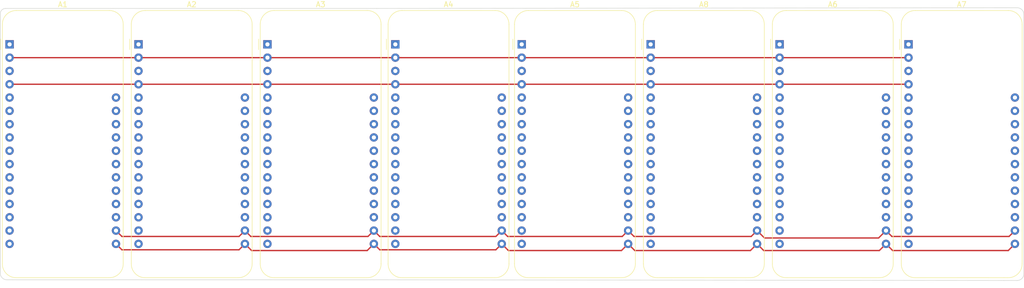
<source format=kicad_pcb>
(kicad_pcb (version 20211014) (generator pcbnew)
  (layers (0 "F.Cu" signal) (31 "B.Cu" signal) (34 "B.Paste" user) (35 "F.Paste" user) (36 "B.SilkS" user "B.Silkscreen") (37 "F.SilkS" user "F.Silkscreen") (38 "B.Mask" user) (39 "F.Mask" user) (44 "Edge.Cuts" user))
  (net 0 "")
  (net 2 "Net-(A1-Pad2)")
  (net 16 "Net-(A1-Pad17)")
  (net 17 "Net-(A1-Pad18)")
  (footprint "Module:Adafruit_Feather" (layer "F.Cu") (at 218.64 80.01)
    (fp_text reference "A7" (at 10.16 -7.62) (layer "F.SilkS"))
    (fp_text value "Adafruit_Feather_Generic")
    (fp_line (start 19.05 -6.46) (end 1.27 -6.46) (layer "F.SilkS") (width 0.12))
    (fp_line (start -1.7 1) (end -1.7 -1) (layer "F.SilkS") (width 0.12))
    (fp_line (start -1.38 -3.81) (end -1.38 41.91) (layer "F.SilkS") (width 0.12))
    (fp_line (start 19.05 44.56) (end 1.27 44.56) (layer "F.SilkS") (width 0.12))
    (fp_line (start 21.7 -3.81) (end 21.7 41.91) (layer "F.SilkS") (width 0.12))
    (fp_arc (start 1.27 44.56) (mid -0.603833 43.783833) (end -1.38 41.91) (layer "F.SilkS") (width 0.12))
    (fp_arc (start 19.05 -6.46) (mid 20.923833 -5.683833) (end 21.7 -3.81) (layer "F.SilkS") (width 0.12))
    (fp_arc (start 21.7 41.91) (mid 20.923833 43.783833) (end 19.05 44.56) (layer "F.SilkS") (width 0.12))
    (fp_arc (start -1.38 -3.81) (mid -0.603833 -5.683833) (end 1.27 -6.46) (layer "F.SilkS") (width 0.12))
    (pad "1" thru_hole rect (at 0 0 180) (size 1.6 1.6) (drill 0.8) (layers *.Cu *.Mask))
    (pad "2" thru_hole circle (at 0 2.54 180) (size 1.6 1.6) (drill 0.8) (layers *.Cu *.Mask) (net 2 "Net-(A1-Pad2)"))
    (pad "3" thru_hole circle (at 0 5.08 180) (size 1.6 1.6) (drill 0.8) (layers *.Cu *.Mask))
    (pad "4" thru_hole circle (at 0 7.62 180) (size 1.6 1.6) (drill 0.8) (layers *.Cu *.Mask) (net 16 "Net-(A1-Pad17)"))
    (pad "5" thru_hole circle (at 0 10.16 180) (size 1.6 1.6) (drill 0.8) (layers *.Cu *.Mask))
    (pad "6" thru_hole circle (at 0 12.7 180) (size 1.6 1.6) (drill 0.8) (layers *.Cu *.Mask))
    (pad "7" thru_hole circle (at 0 15.24 180) (size 1.6 1.6) (drill 0.8) (layers *.Cu *.Mask))
    (pad "8" thru_hole circle (at 0 17.78 180) (size 1.6 1.6) (drill 0.8) (layers *.Cu *.Mask))
    (pad "9" thru_hole circle (at 0 20.32 180) (size 1.6 1.6) (drill 0.8) (layers *.Cu *.Mask))
    (pad "10" thru_hole circle (at 0 22.86 180) (size 1.6 1.6) (drill 0.8) (layers *.Cu *.Mask))
    (pad "11" thru_hole circle (at 0 25.4 180) (size 1.6 1.6) (drill 0.8) (layers *.Cu *.Mask))
    (pad "12" thru_hole circle (at 0 27.94 180) (size 1.6 1.6) (drill 0.8) (layers *.Cu *.Mask))
    (pad "13" thru_hole circle (at 0 30.48 180) (size 1.6 1.6) (drill 0.8) (layers *.Cu *.Mask))
    (pad "14" thru_hole circle (at 0 33.02 180) (size 1.6 1.6) (drill 0.8) (layers *.Cu *.Mask))
    (pad "15" thru_hole circle (at 0 35.56 180) (size 1.6 1.6) (drill 0.8) (layers *.Cu *.Mask))
    (pad "16" thru_hole circle (at 0 38.1 180) (size 1.6 1.6) (drill 0.8) (layers *.Cu *.Mask))
    (pad "17" thru_hole circle (at 20.32 38.1 180) (size 1.6 1.6) (drill 0.8) (layers *.Cu *.Mask) (net 16 "Net-(A1-Pad17)"))
    (pad "18" thru_hole circle (at 20.32 35.56 180) (size 1.6 1.6) (drill 0.8) (layers *.Cu *.Mask) (net 17 "Net-(A1-Pad18)"))
    (pad "19" thru_hole circle (at 20.32 33.02 180) (size 1.6 1.6) (drill 0.8) (layers *.Cu *.Mask))
    (pad "20" thru_hole circle (at 20.32 30.48 180) (size 1.6 1.6) (drill 0.8) (layers *.Cu *.Mask))
    (pad "21" thru_hole circle (at 20.32 27.94 180) (size 1.6 1.6) (drill 0.8) (layers *.Cu *.Mask))
    (pad "22" thru_hole circle (at 20.32 25.4 180) (size 1.6 1.6) (drill 0.8) (layers *.Cu *.Mask))
    (pad "23" thru_hole circle (at 20.32 22.86 180) (size 1.6 1.6) (drill 0.8) (layers *.Cu *.Mask))
    (pad "24" thru_hole circle (at 20.32 20.32 180) (size 1.6 1.6) (drill 0.8) (layers *.Cu *.Mask))
    (pad "25" thru_hole circle (at 20.32 17.78 180) (size 1.6 1.6) (drill 0.8) (layers *.Cu *.Mask))
    (pad "26" thru_hole circle (at 20.32 15.24 180) (size 1.6 1.6) (drill 0.8) (layers *.Cu *.Mask))
    (pad "27" thru_hole circle (at 20.32 12.7 180) (size 1.6 1.6) (drill 0.8) (layers *.Cu *.Mask))
    (pad "28" thru_hole circle (at 20.32 10.16 180) (size 1.6 1.6) (drill 0.8) (layers *.Cu *.Mask))
  )
  (footprint "Module:Adafruit_Feather" (layer "F.Cu") (at 120.65 80.01)
    (fp_text reference "A4" (at 10.16 -7.62) (layer "F.SilkS"))
    (fp_text value "Adafruit_Feather_Generic")
    (fp_line (start 21.7 -3.81) (end 21.7 41.91) (layer "F.SilkS") (width 0.12))
    (fp_line (start -1.38 -3.81) (end -1.38 41.91) (layer "F.SilkS") (width 0.12))
    (fp_line (start -1.7 1) (end -1.7 -1) (layer "F.SilkS") (width 0.12))
    (fp_line (start 19.05 -6.46) (end 1.27 -6.46) (layer "F.SilkS") (width 0.12))
    (fp_line (start 19.05 44.56) (end 1.27 44.56) (layer "F.SilkS") (width 0.12))
    (fp_arc (start 19.05 -6.46) (mid 20.923833 -5.683833) (end 21.7 -3.81) (layer "F.SilkS") (width 0.12))
    (fp_arc (start -1.38 -3.81) (mid -0.603833 -5.683833) (end 1.27 -6.46) (layer "F.SilkS") (width 0.12))
    (fp_arc (start 1.27 44.56) (mid -0.603833 43.783833) (end -1.38 41.91) (layer "F.SilkS") (width 0.12))
    (fp_arc (start 21.7 41.91) (mid 20.923833 43.783833) (end 19.05 44.56) (layer "F.SilkS") (width 0.12))
    (pad "1" thru_hole rect (at 0 0 180) (size 1.6 1.6) (drill 0.8) (layers *.Cu *.Mask))
    (pad "2" thru_hole circle (at 0 2.54 180) (size 1.6 1.6) (drill 0.8) (layers *.Cu *.Mask) (net 2 "Net-(A1-Pad2)"))
    (pad "3" thru_hole circle (at 0 5.08 180) (size 1.6 1.6) (drill 0.8) (layers *.Cu *.Mask))
    (pad "4" thru_hole circle (at 0 7.62 180) (size 1.6 1.6) (drill 0.8) (layers *.Cu *.Mask) (net 16 "Net-(A1-Pad17)"))
    (pad "5" thru_hole circle (at 0 10.16 180) (size 1.6 1.6) (drill 0.8) (layers *.Cu *.Mask))
    (pad "6" thru_hole circle (at 0 12.7 180) (size 1.6 1.6) (drill 0.8) (layers *.Cu *.Mask))
    (pad "7" thru_hole circle (at 0 15.24 180) (size 1.6 1.6) (drill 0.8) (layers *.Cu *.Mask))
    (pad "8" thru_hole circle (at 0 17.78 180) (size 1.6 1.6) (drill 0.8) (layers *.Cu *.Mask))
    (pad "9" thru_hole circle (at 0 20.32 180) (size 1.6 1.6) (drill 0.8) (layers *.Cu *.Mask))
    (pad "10" thru_hole circle (at 0 22.86 180) (size 1.6 1.6) (drill 0.8) (layers *.Cu *.Mask))
    (pad "11" thru_hole circle (at 0 25.4 180) (size 1.6 1.6) (drill 0.8) (layers *.Cu *.Mask))
    (pad "12" thru_hole circle (at 0 27.94 180) (size 1.6 1.6) (drill 0.8) (layers *.Cu *.Mask))
    (pad "13" thru_hole circle (at 0 30.48 180) (size 1.6 1.6) (drill 0.8) (layers *.Cu *.Mask))
    (pad "14" thru_hole circle (at 0 33.02 180) (size 1.6 1.6) (drill 0.8) (layers *.Cu *.Mask))
    (pad "15" thru_hole circle (at 0 35.56 180) (size 1.6 1.6) (drill 0.8) (layers *.Cu *.Mask))
    (pad "16" thru_hole circle (at 0 38.1 180) (size 1.6 1.6) (drill 0.8) (layers *.Cu *.Mask))
    (pad "17" thru_hole circle (at 20.32 38.1 180) (size 1.6 1.6) (drill 0.8) (layers *.Cu *.Mask) (net 16 "Net-(A1-Pad17)"))
    (pad "18" thru_hole circle (at 20.32 35.56 180) (size 1.6 1.6) (drill 0.8) (layers *.Cu *.Mask) (net 17 "Net-(A1-Pad18)"))
    (pad "19" thru_hole circle (at 20.32 33.02 180) (size 1.6 1.6) (drill 0.8) (layers *.Cu *.Mask))
    (pad "20" thru_hole circle (at 20.32 30.48 180) (size 1.6 1.6) (drill 0.8) (layers *.Cu *.Mask))
    (pad "21" thru_hole circle (at 20.32 27.94 180) (size 1.6 1.6) (drill 0.8) (layers *.Cu *.Mask))
    (pad "22" thru_hole circle (at 20.32 25.4 180) (size 1.6 1.6) (drill 0.8) (layers *.Cu *.Mask))
    (pad "23" thru_hole circle (at 20.32 22.86 180) (size 1.6 1.6) (drill 0.8) (layers *.Cu *.Mask))
    (pad "24" thru_hole circle (at 20.32 20.32 180) (size 1.6 1.6) (drill 0.8) (layers *.Cu *.Mask))
    (pad "25" thru_hole circle (at 20.32 17.78 180) (size 1.6 1.6) (drill 0.8) (layers *.Cu *.Mask))
    (pad "26" thru_hole circle (at 20.32 15.24 180) (size 1.6 1.6) (drill 0.8) (layers *.Cu *.Mask))
    (pad "27" thru_hole circle (at 20.32 12.7 180) (size 1.6 1.6) (drill 0.8) (layers *.Cu *.Mask))
    (pad "28" thru_hole circle (at 20.32 10.16 180) (size 1.6 1.6) (drill 0.8) (layers *.Cu *.Mask))
  )
  (footprint "Module:Adafruit_Feather" (layer "F.Cu") (at 194.02 80.01)
    (fp_text reference "A6" (at 10.16 -7.62) (layer "F.SilkS"))
    (fp_text value "Adafruit_Feather_Generic")
    (fp_line (start 21.7 -3.81) (end 21.7 41.91) (layer "F.SilkS") (width 0.12))
    (fp_line (start -1.7 1) (end -1.7 -1) (layer "F.SilkS") (width 0.12))
    (fp_line (start 19.05 -6.46) (end 1.27 -6.46) (layer "F.SilkS") (width 0.12))
    (fp_line (start -1.38 -3.81) (end -1.38 41.91) (layer "F.SilkS") (width 0.12))
    (fp_line (start 19.05 44.56) (end 1.27 44.56) (layer "F.SilkS") (width 0.12))
    (fp_arc (start 1.27 44.56) (mid -0.603833 43.783833) (end -1.38 41.91) (layer "F.SilkS") (width 0.12))
    (fp_arc (start -1.38 -3.81) (mid -0.603833 -5.683833) (end 1.27 -6.46) (layer "F.SilkS") (width 0.12))
    (fp_arc (start 21.7 41.91) (mid 20.923833 43.783833) (end 19.05 44.56) (layer "F.SilkS") (width 0.12))
    (fp_arc (start 19.05 -6.46) (mid 20.923833 -5.683833) (end 21.7 -3.81) (layer "F.SilkS") (width 0.12))
    (pad "1" thru_hole rect (at 0 0 180) (size 1.6 1.6) (drill 0.8) (layers *.Cu *.Mask))
    (pad "2" thru_hole circle (at 0 2.54 180) (size 1.6 1.6) (drill 0.8) (layers *.Cu *.Mask) (net 2 "Net-(A1-Pad2)"))
    (pad "3" thru_hole circle (at 0 5.08 180) (size 1.6 1.6) (drill 0.8) (layers *.Cu *.Mask))
    (pad "4" thru_hole circle (at 0 7.62 180) (size 1.6 1.6) (drill 0.8) (layers *.Cu *.Mask) (net 16 "Net-(A1-Pad17)"))
    (pad "5" thru_hole circle (at 0 10.16 180) (size 1.6 1.6) (drill 0.8) (layers *.Cu *.Mask))
    (pad "6" thru_hole circle (at 0 12.7 180) (size 1.6 1.6) (drill 0.8) (layers *.Cu *.Mask))
    (pad "7" thru_hole circle (at 0 15.24 180) (size 1.6 1.6) (drill 0.8) (layers *.Cu *.Mask))
    (pad "8" thru_hole circle (at 0 17.78 180) (size 1.6 1.6) (drill 0.8) (layers *.Cu *.Mask))
    (pad "9" thru_hole circle (at 0 20.32 180) (size 1.6 1.6) (drill 0.8) (layers *.Cu *.Mask))
    (pad "10" thru_hole circle (at 0 22.86 180) (size 1.6 1.6) (drill 0.8) (layers *.Cu *.Mask))
    (pad "11" thru_hole circle (at 0 25.4 180) (size 1.6 1.6) (drill 0.8) (layers *.Cu *.Mask))
    (pad "12" thru_hole circle (at 0 27.94 180) (size 1.6 1.6) (drill 0.8) (layers *.Cu *.Mask))
    (pad "13" thru_hole circle (at 0 30.48 180) (size 1.6 1.6) (drill 0.8) (layers *.Cu *.Mask))
    (pad "14" thru_hole circle (at 0 33.02 180) (size 1.6 1.6) (drill 0.8) (layers *.Cu *.Mask))
    (pad "15" thru_hole circle (at 0 35.56 180) (size 1.6 1.6) (drill 0.8) (layers *.Cu *.Mask))
    (pad "16" thru_hole circle (at 0 38.1 180) (size 1.6 1.6) (drill 0.8) (layers *.Cu *.Mask))
    (pad "17" thru_hole circle (at 20.32 38.1 180) (size 1.6 1.6) (drill 0.8) (layers *.Cu *.Mask) (net 16 "Net-(A1-Pad17)"))
    (pad "18" thru_hole circle (at 20.32 35.56 180) (size 1.6 1.6) (drill 0.8) (layers *.Cu *.Mask) (net 17 "Net-(A1-Pad18)"))
    (pad "19" thru_hole circle (at 20.32 33.02 180) (size 1.6 1.6) (drill 0.8) (layers *.Cu *.Mask))
    (pad "20" thru_hole circle (at 20.32 30.48 180) (size 1.6 1.6) (drill 0.8) (layers *.Cu *.Mask))
    (pad "21" thru_hole circle (at 20.32 27.94 180) (size 1.6 1.6) (drill 0.8) (layers *.Cu *.Mask))
    (pad "22" thru_hole circle (at 20.32 25.4 180) (size 1.6 1.6) (drill 0.8) (layers *.Cu *.Mask))
    (pad "23" thru_hole circle (at 20.32 22.86 180) (size 1.6 1.6) (drill 0.8) (layers *.Cu *.Mask))
    (pad "24" thru_hole circle (at 20.32 20.32 180) (size 1.6 1.6) (drill 0.8) (layers *.Cu *.Mask))
    (pad "25" thru_hole circle (at 20.32 17.78 180) (size 1.6 1.6) (drill 0.8) (layers *.Cu *.Mask))
    (pad "26" thru_hole circle (at 20.32 15.24 180) (size 1.6 1.6) (drill 0.8) (layers *.Cu *.Mask))
    (pad "27" thru_hole circle (at 20.32 12.7 180) (size 1.6 1.6) (drill 0.8) (layers *.Cu *.Mask))
    (pad "28" thru_hole circle (at 20.32 10.16 180) (size 1.6 1.6) (drill 0.8) (layers *.Cu *.Mask))
  )
  (footprint "Module:Adafruit_Feather" (layer "F.Cu") (at 144.78 80.01)
    (fp_text reference "A5" (at 10.16 -7.62) (layer "F.SilkS"))
    (fp_text value "Adafruit_Feather_Generic")
    (fp_line (start -1.7 1) (end -1.7 -1) (layer "F.SilkS") (width 0.12))
    (fp_line (start 19.05 44.56) (end 1.27 44.56) (layer "F.SilkS") (width 0.12))
    (fp_line (start -1.38 -3.81) (end -1.38 41.91) (layer "F.SilkS") (width 0.12))
    (fp_line (start 21.7 -3.81) (end 21.7 41.91) (layer "F.SilkS") (width 0.12))
    (fp_line (start 19.05 -6.46) (end 1.27 -6.46) (layer "F.SilkS") (width 0.12))
    (fp_arc (start -1.38 -3.81) (mid -0.603833 -5.683833) (end 1.27 -6.46) (layer "F.SilkS") (width 0.12))
    (fp_arc (start 21.7 41.91) (mid 20.923833 43.783833) (end 19.05 44.56) (layer "F.SilkS") (width 0.12))
    (fp_arc (start 19.05 -6.46) (mid 20.923833 -5.683833) (end 21.7 -3.81) (layer "F.SilkS") (width 0.12))
    (fp_arc (start 1.27 44.56) (mid -0.603833 43.783833) (end -1.38 41.91) (layer "F.SilkS") (width 0.12))
    (pad "1" thru_hole rect (at 0 0 180) (size 1.6 1.6) (drill 0.8) (layers *.Cu *.Mask))
    (pad "2" thru_hole circle (at 0 2.54 180) (size 1.6 1.6) (drill 0.8) (layers *.Cu *.Mask) (net 2 "Net-(A1-Pad2)"))
    (pad "3" thru_hole circle (at 0 5.08 180) (size 1.6 1.6) (drill 0.8) (layers *.Cu *.Mask))
    (pad "4" thru_hole circle (at 0 7.62 180) (size 1.6 1.6) (drill 0.8) (layers *.Cu *.Mask) (net 16 "Net-(A1-Pad17)"))
    (pad "5" thru_hole circle (at 0 10.16 180) (size 1.6 1.6) (drill 0.8) (layers *.Cu *.Mask))
    (pad "6" thru_hole circle (at 0 12.7 180) (size 1.6 1.6) (drill 0.8) (layers *.Cu *.Mask))
    (pad "7" thru_hole circle (at 0 15.24 180) (size 1.6 1.6) (drill 0.8) (layers *.Cu *.Mask))
    (pad "8" thru_hole circle (at 0 17.78 180) (size 1.6 1.6) (drill 0.8) (layers *.Cu *.Mask))
    (pad "9" thru_hole circle (at 0 20.32 180) (size 1.6 1.6) (drill 0.8) (layers *.Cu *.Mask))
    (pad "10" thru_hole circle (at 0 22.86 180) (size 1.6 1.6) (drill 0.8) (layers *.Cu *.Mask))
    (pad "11" thru_hole circle (at 0 25.4 180) (size 1.6 1.6) (drill 0.8) (layers *.Cu *.Mask))
    (pad "12" thru_hole circle (at 0 27.94 180) (size 1.6 1.6) (drill 0.8) (layers *.Cu *.Mask))
    (pad "13" thru_hole circle (at 0 30.48 180) (size 1.6 1.6) (drill 0.8) (layers *.Cu *.Mask))
    (pad "14" thru_hole circle (at 0 33.02 180) (size 1.6 1.6) (drill 0.8) (layers *.Cu *.Mask))
    (pad "15" thru_hole circle (at 0 35.56 180) (size 1.6 1.6) (drill 0.8) (layers *.Cu *.Mask))
    (pad "16" thru_hole circle (at 0 38.1 180) (size 1.6 1.6) (drill 0.8) (layers *.Cu *.Mask))
    (pad "17" thru_hole circle (at 20.32 38.1 180) (size 1.6 1.6) (drill 0.8) (layers *.Cu *.Mask) (net 16 "Net-(A1-Pad17)"))
    (pad "18" thru_hole circle (at 20.32 35.56 180) (size 1.6 1.6) (drill 0.8) (layers *.Cu *.Mask) (net 17 "Net-(A1-Pad18)"))
    (pad "19" thru_hole circle (at 20.32 33.02 180) (size 1.6 1.6) (drill 0.8) (layers *.Cu *.Mask))
    (pad "20" thru_hole circle (at 20.32 30.48 180) (size 1.6 1.6) (drill 0.8) (layers *.Cu *.Mask))
    (pad "21" thru_hole circle (at 20.32 27.94 180) (size 1.6 1.6) (drill 0.8) (layers *.Cu *.Mask))
    (pad "22" thru_hole circle (at 20.32 25.4 180) (size 1.6 1.6) (drill 0.8) (layers *.Cu *.Mask))
    (pad "23" thru_hole circle (at 20.32 22.86 180) (size 1.6 1.6) (drill 0.8) (layers *.Cu *.Mask))
    (pad "24" thru_hole circle (at 20.32 20.32 180) (size 1.6 1.6) (drill 0.8) (layers *.Cu *.Mask))
    (pad "25" thru_hole circle (at 20.32 17.78 180) (size 1.6 1.6) (drill 0.8) (layers *.Cu *.Mask))
    (pad "26" thru_hole circle (at 20.32 15.24 180) (size 1.6 1.6) (drill 0.8) (layers *.Cu *.Mask))
    (pad "27" thru_hole circle (at 20.32 12.7 180) (size 1.6 1.6) (drill 0.8) (layers *.Cu *.Mask))
    (pad "28" thru_hole circle (at 20.32 10.16 180) (size 1.6 1.6) (drill 0.8) (layers *.Cu *.Mask))
  )
  (footprint "Module:Adafruit_Feather" (layer "F.Cu") (at 96.23 80.01)
    (fp_text reference "A3" (at 10.16 -7.62) (layer "F.SilkS"))
    (fp_text value "Adafruit_Feather_Generic")
    (fp_line (start -1.38 -3.81) (end -1.38 41.91) (layer "F.SilkS") (width 0.12))
    (fp_line (start -1.7 1) (end -1.7 -1) (layer "F.SilkS") (width 0.12))
    (fp_line (start 19.05 44.56) (end 1.27 44.56) (layer "F.SilkS") (width 0.12))
    (fp_line (start 21.7 -3.81) (end 21.7 41.91) (layer "F.SilkS") (width 0.12))
    (fp_line (start 19.05 -6.46) (end 1.27 -6.46) (layer "F.SilkS") (width 0.12))
    (fp_arc (start -1.38 -3.81) (mid -0.603833 -5.683833) (end 1.27 -6.46) (layer "F.SilkS") (width 0.12))
    (fp_arc (start 19.05 -6.46) (mid 20.923833 -5.683833) (end 21.7 -3.81) (layer "F.SilkS") (width 0.12))
    (fp_arc (start 21.7 41.91) (mid 20.923833 43.783833) (end 19.05 44.56) (layer "F.SilkS") (width 0.12))
    (fp_arc (start 1.27 44.56) (mid -0.603833 43.783833) (end -1.38 41.91) (layer "F.SilkS") (width 0.12))
    (pad "1" thru_hole rect (at 0 0 180) (size 1.6 1.6) (drill 0.8) (layers *.Cu *.Mask))
    (pad "2" thru_hole circle (at 0 2.54 180) (size 1.6 1.6) (drill 0.8) (layers *.Cu *.Mask) (net 2 "Net-(A1-Pad2)"))
    (pad "3" thru_hole circle (at 0 5.08 180) (size 1.6 1.6) (drill 0.8) (layers *.Cu *.Mask))
    (pad "4" thru_hole circle (at 0 7.62 180) (size 1.6 1.6) (drill 0.8) (layers *.Cu *.Mask) (net 16 "Net-(A1-Pad17)"))
    (pad "5" thru_hole circle (at 0 10.16 180) (size 1.6 1.6) (drill 0.8) (layers *.Cu *.Mask))
    (pad "6" thru_hole circle (at 0 12.7 180) (size 1.6 1.6) (drill 0.8) (layers *.Cu *.Mask))
    (pad "7" thru_hole circle (at 0 15.24 180) (size 1.6 1.6) (drill 0.8) (layers *.Cu *.Mask))
    (pad "8" thru_hole circle (at 0 17.78 180) (size 1.6 1.6) (drill 0.8) (layers *.Cu *.Mask))
    (pad "9" thru_hole circle (at 0 20.32 180) (size 1.6 1.6) (drill 0.8) (layers *.Cu *.Mask))
    (pad "10" thru_hole circle (at 0 22.86 180) (size 1.6 1.6) (drill 0.8) (layers *.Cu *.Mask))
    (pad "11" thru_hole circle (at 0 25.4 180) (size 1.6 1.6) (drill 0.8) (layers *.Cu *.Mask))
    (pad "12" thru_hole circle (at 0 27.94 180) (size 1.6 1.6) (drill 0.8) (layers *.Cu *.Mask))
    (pad "13" thru_hole circle (at 0 30.48 180) (size 1.6 1.6) (drill 0.8) (layers *.Cu *.Mask))
    (pad "14" thru_hole circle (at 0 33.02 180) (size 1.6 1.6) (drill 0.8) (layers *.Cu *.Mask))
    (pad "15" thru_hole circle (at 0 35.56 180) (size 1.6 1.6) (drill 0.8) (layers *.Cu *.Mask))
    (pad "16" thru_hole circle (at 0 38.1 180) (size 1.6 1.6) (drill 0.8) (layers *.Cu *.Mask))
    (pad "17" thru_hole circle (at 20.32 38.1 180) (size 1.6 1.6) (drill 0.8) (layers *.Cu *.Mask) (net 16 "Net-(A1-Pad17)"))
    (pad "18" thru_hole circle (at 20.32 35.56 180) (size 1.6 1.6) (drill 0.8) (layers *.Cu *.Mask) (net 17 "Net-(A1-Pad18)"))
    (pad "19" thru_hole circle (at 20.32 33.02 180) (size 1.6 1.6) (drill 0.8) (layers *.Cu *.Mask))
    (pad "20" thru_hole circle (at 20.32 30.48 180) (size 1.6 1.6) (drill 0.8) (layers *.Cu *.Mask))
    (pad "21" thru_hole circle (at 20.32 27.94 180) (size 1.6 1.6) (drill 0.8) (layers *.Cu *.Mask))
    (pad "22" thru_hole circle (at 20.32 25.4 180) (size 1.6 1.6) (drill 0.8) (layers *.Cu *.Mask))
    (pad "23" thru_hole circle (at 20.32 22.86 180) (size 1.6 1.6) (drill 0.8) (layers *.Cu *.Mask))
    (pad "24" thru_hole circle (at 20.32 20.32 180) (size 1.6 1.6) (drill 0.8) (layers *.Cu *.Mask))
    (pad "25" thru_hole circle (at 20.32 17.78 180) (size 1.6 1.6) (drill 0.8) (layers *.Cu *.Mask))
    (pad "26" thru_hole circle (at 20.32 15.24 180) (size 1.6 1.6) (drill 0.8) (layers *.Cu *.Mask))
    (pad "27" thru_hole circle (at 20.32 12.7 180) (size 1.6 1.6) (drill 0.8) (layers *.Cu *.Mask))
    (pad "28" thru_hole circle (at 20.32 10.16 180) (size 1.6 1.6) (drill 0.8) (layers *.Cu *.Mask))
  )
  (footprint "Module:Adafruit_Feather" (layer "F.Cu") (at 71.61 80.01)
    (fp_text reference "A2" (at 10.16 -7.62) (layer "F.SilkS"))
    (fp_text value "Adafruit_Feather_Generic")
    (fp_line (start -1.7 1) (end -1.7 -1) (layer "F.SilkS") (width 0.12))
    (fp_line (start 19.05 44.56) (end 1.27 44.56) (layer "F.SilkS") (width 0.12))
    (fp_line (start 19.05 -6.46) (end 1.27 -6.46) (layer "F.SilkS") (width 0.12))
    (fp_line (start 21.7 -3.81) (end 21.7 41.91) (layer "F.SilkS") (width 0.12))
    (fp_line (start -1.38 -3.81) (end -1.38 41.91) (layer "F.SilkS") (width 0.12))
    (fp_arc (start 19.05 -6.46) (mid 20.923833 -5.683833) (end 21.7 -3.81) (layer "F.SilkS") (width 0.12))
    (fp_arc (start -1.38 -3.81) (mid -0.603833 -5.683833) (end 1.27 -6.46) (layer "F.SilkS") (width 0.12))
    (fp_arc (start 1.27 44.56) (mid -0.603833 43.783833) (end -1.38 41.91) (layer "F.SilkS") (width 0.12))
    (fp_arc (start 21.7 41.91) (mid 20.923833 43.783833) (end 19.05 44.56) (layer "F.SilkS") (width 0.12))
    (pad "1" thru_hole rect (at 0 0 180) (size 1.6 1.6) (drill 0.8) (layers *.Cu *.Mask))
    (pad "2" thru_hole circle (at 0 2.54 180) (size 1.6 1.6) (drill 0.8) (layers *.Cu *.Mask) (net 2 "Net-(A1-Pad2)"))
    (pad "3" thru_hole circle (at 0 5.08 180) (size 1.6 1.6) (drill 0.8) (layers *.Cu *.Mask))
    (pad "4" thru_hole circle (at 0 7.62 180) (size 1.6 1.6) (drill 0.8) (layers *.Cu *.Mask) (net 16 "Net-(A1-Pad17)"))
    (pad "5" thru_hole circle (at 0 10.16 180) (size 1.6 1.6) (drill 0.8) (layers *.Cu *.Mask))
    (pad "6" thru_hole circle (at 0 12.7 180) (size 1.6 1.6) (drill 0.8) (layers *.Cu *.Mask))
    (pad "7" thru_hole circle (at 0 15.24 180) (size 1.6 1.6) (drill 0.8) (layers *.Cu *.Mask))
    (pad "8" thru_hole circle (at 0 17.78 180) (size 1.6 1.6) (drill 0.8) (layers *.Cu *.Mask))
    (pad "9" thru_hole circle (at 0 20.32 180) (size 1.6 1.6) (drill 0.8) (layers *.Cu *.Mask))
    (pad "10" thru_hole circle (at 0 22.86 180) (size 1.6 1.6) (drill 0.8) (layers *.Cu *.Mask))
    (pad "11" thru_hole circle (at 0 25.4 180) (size 1.6 1.6) (drill 0.8) (layers *.Cu *.Mask))
    (pad "12" thru_hole circle (at 0 27.94 180) (size 1.6 1.6) (drill 0.8) (layers *.Cu *.Mask))
    (pad "13" thru_hole circle (at 0 30.48 180) (size 1.6 1.6) (drill 0.8) (layers *.Cu *.Mask))
    (pad "14" thru_hole circle (at 0 33.02 180) (size 1.6 1.6) (drill 0.8) (layers *.Cu *.Mask))
    (pad "15" thru_hole circle (at 0 35.56 180) (size 1.6 1.6) (drill 0.8) (layers *.Cu *.Mask))
    (pad "16" thru_hole circle (at 0 38.1 180) (size 1.6 1.6) (drill 0.8) (layers *.Cu *.Mask))
    (pad "17" thru_hole circle (at 20.32 38.1 180) (size 1.6 1.6) (drill 0.8) (layers *.Cu *.Mask) (net 16 "Net-(A1-Pad17)"))
    (pad "18" thru_hole circle (at 20.32 35.56 180) (size 1.6 1.6) (drill 0.8) (layers *.Cu *.Mask) (net 17 "Net-(A1-Pad18)"))
    (pad "19" thru_hole circle (at 20.32 33.02 180) (size 1.6 1.6) (drill 0.8) (layers *.Cu *.Mask))
    (pad "20" thru_hole circle (at 20.32 30.48 180) (size 1.6 1.6) (drill 0.8) (layers *.Cu *.Mask))
    (pad "21" thru_hole circle (at 20.32 27.94 180) (size 1.6 1.6) (drill 0.8) (layers *.Cu *.Mask))
    (pad "22" thru_hole circle (at 20.32 25.4 180) (size 1.6 1.6) (drill 0.8) (layers *.Cu *.Mask))
    (pad "23" thru_hole circle (at 20.32 22.86 180) (size 1.6 1.6) (drill 0.8) (layers *.Cu *.Mask))
    (pad "24" thru_hole circle (at 20.32 20.32 180) (size 1.6 1.6) (drill 0.8) (layers *.Cu *.Mask))
    (pad "25" thru_hole circle (at 20.32 17.78 180) (size 1.6 1.6) (drill 0.8) (layers *.Cu *.Mask))
    (pad "26" thru_hole circle (at 20.32 15.24 180) (size 1.6 1.6) (drill 0.8) (layers *.Cu *.Mask))
    (pad "27" thru_hole circle (at 20.32 12.7 180) (size 1.6 1.6) (drill 0.8) (layers *.Cu *.Mask))
    (pad "28" thru_hole circle (at 20.32 10.16 180) (size 1.6 1.6) (drill 0.8) (layers *.Cu *.Mask))
  )
  (footprint "Module:Adafruit_Feather" (layer "F.Cu") (at 46.99 80.01)
    (fp_text reference "A1" (at 10.16 -7.62) (layer "F.SilkS"))
    (fp_text value "Adafruit_Feather_Generic")
    (fp_line (start 19.05 44.56) (end 1.27 44.56) (layer "F.SilkS") (width 0.12))
    (fp_line (start -1.7 1) (end -1.7 -1) (layer "F.SilkS") (width 0.12))
    (fp_line (start -1.38 -3.81) (end -1.38 41.91) (layer "F.SilkS") (width 0.12))
    (fp_line (start 21.7 -3.81) (end 21.7 41.91) (layer "F.SilkS") (width 0.12))
    (fp_line (start 19.05 -6.46) (end 1.27 -6.46) (layer "F.SilkS") (width 0.12))
    (fp_arc (start 19.05 -6.46) (mid 20.923833 -5.683833) (end 21.7 -3.81) (layer "F.SilkS") (width 0.12))
    (fp_arc (start 21.7 41.91) (mid 20.923833 43.783833) (end 19.05 44.56) (layer "F.SilkS") (width 0.12))
    (fp_arc (start 1.27 44.56) (mid -0.603833 43.783833) (end -1.38 41.91) (layer "F.SilkS") (width 0.12))
    (fp_arc (start -1.38 -3.81) (mid -0.603833 -5.683833) (end 1.27 -6.46) (layer "F.SilkS") (width 0.12))
    (pad "1" thru_hole rect (at 0 0 180) (size 1.6 1.6) (drill 0.8) (layers *.Cu *.Mask))
    (pad "2" thru_hole circle (at 0 2.54 180) (size 1.6 1.6) (drill 0.8) (layers *.Cu *.Mask) (net 2 "Net-(A1-Pad2)"))
    (pad "3" thru_hole circle (at 0 5.08 180) (size 1.6 1.6) (drill 0.8) (layers *.Cu *.Mask))
    (pad "4" thru_hole circle (at 0 7.62 180) (size 1.6 1.6) (drill 0.8) (layers *.Cu *.Mask) (net 16 "Net-(A1-Pad17)"))
    (pad "5" thru_hole circle (at 0 10.16 180) (size 1.6 1.6) (drill 0.8) (layers *.Cu *.Mask))
    (pad "6" thru_hole circle (at 0 12.7 180) (size 1.6 1.6) (drill 0.8) (layers *.Cu *.Mask))
    (pad "7" thru_hole circle (at 0 15.24 180) (size 1.6 1.6) (drill 0.8) (layers *.Cu *.Mask))
    (pad "8" thru_hole circle (at 0 17.78 180) (size 1.6 1.6) (drill 0.8) (layers *.Cu *.Mask))
    (pad "9" thru_hole circle (at 0 20.32 180) (size 1.6 1.6) (drill 0.8) (layers *.Cu *.Mask))
    (pad "10" thru_hole circle (at 0 22.86 180) (size 1.6 1.6) (drill 0.8) (layers *.Cu *.Mask))
    (pad "11" thru_hole circle (at 0 25.4 180) (size 1.6 1.6) (drill 0.8) (layers *.Cu *.Mask))
    (pad "12" thru_hole circle (at 0 27.94 180) (size 1.6 1.6) (drill 0.8) (layers *.Cu *.Mask))
    (pad "13" thru_hole circle (at 0 30.48 180) (size 1.6 1.6) (drill 0.8) (layers *.Cu *.Mask))
    (pad "14" thru_hole circle (at 0 33.02 180) (size 1.6 1.6) (drill 0.8) (layers *.Cu *.Mask))
    (pad "15" thru_hole circle (at 0 35.56 180) (size 1.6 1.6) (drill 0.8) (layers *.Cu *.Mask))
    (pad "16" thru_hole circle (at 0 38.1 180) (size 1.6 1.6) (drill 0.8) (layers *.Cu *.Mask))
    (pad "17" thru_hole circle (at 20.32 38.1 180) (size 1.6 1.6) (drill 0.8) (layers *.Cu *.Mask) (net 16 "Net-(A1-Pad17)"))
    (pad "18" thru_hole circle (at 20.32 35.56 180) (size 1.6 1.6) (drill 0.8) (layers *.Cu *.Mask) (net 17 "Net-(A1-Pad18)"))
    (pad "19" thru_hole circle (at 20.32 33.02 180) (size 1.6 1.6) (drill 0.8) (layers *.Cu *.Mask))
    (pad "20" thru_hole circle (at 20.32 30.48 180) (size 1.6 1.6) (drill 0.8) (layers *.Cu *.Mask))
    (pad "21" thru_hole circle (at 20.32 27.94 180) (size 1.6 1.6) (drill 0.8) (layers *.Cu *.Mask))
    (pad "22" thru_hole circle (at 20.32 25.4 180) (size 1.6 1.6) (drill 0.8) (layers *.Cu *.Mask))
    (pad "23" thru_hole circle (at 20.32 22.86 180) (size 1.6 1.6) (drill 0.8) (layers *.Cu *.Mask))
    (pad "24" thru_hole circle (at 20.32 20.32 180) (size 1.6 1.6) (drill 0.8) (layers *.Cu *.Mask))
    (pad "25" thru_hole circle (at 20.32 17.78 180) (size 1.6 1.6) (drill 0.8) (layers *.Cu *.Mask))
    (pad "26" thru_hole circle (at 20.32 15.24 180) (size 1.6 1.6) (drill 0.8) (layers *.Cu *.Mask))
    (pad "27" thru_hole circle (at 20.32 12.7 180) (size 1.6 1.6) (drill 0.8) (layers *.Cu *.Mask))
    (pad "28" thru_hole circle (at 20.32 10.16 180) (size 1.6 1.6) (drill 0.8) (layers *.Cu *.Mask))
  )
  (footprint "Module:Adafruit_Feather" (layer "F.Cu") (at 169.4 80.01)
    (fp_text reference "A8" (at 10.16 -7.62) (layer "F.SilkS"))
    (fp_text value "Adafruit_Feather_Generic")
    (fp_line (start -1.7 1) (end -1.7 -1) (layer "F.SilkS") (width 0.12))
    (fp_line (start 21.7 -3.81) (end 21.7 41.91) (layer "F.SilkS") (width 0.12))
    (fp_line (start 19.05 44.56) (end 1.27 44.56) (layer "F.SilkS") (width 0.12))
    (fp_line (start 19.05 -6.46) (end 1.27 -6.46) (layer "F.SilkS") (width 0.12))
    (fp_line (start -1.38 -3.81) (end -1.38 41.91) (layer "F.SilkS") (width 0.12))
    (fp_arc (start -1.38 -3.81) (mid -0.603833 -5.683833) (end 1.27 -6.46) (layer "F.SilkS") (width 0.12))
    (fp_arc (start 21.7 41.91) (mid 20.923833 43.783833) (end 19.05 44.56) (layer "F.SilkS") (width 0.12))
    (fp_arc (start 19.05 -6.46) (mid 20.923833 -5.683833) (end 21.7 -3.81) (layer "F.SilkS") (width 0.12))
    (fp_arc (start 1.27 44.56) (mid -0.603833 43.783833) (end -1.38 41.91) (layer "F.SilkS") (width 0.12))
    (pad "1" thru_hole rect (at 0 0 180) (size 1.6 1.6) (drill 0.8) (layers *.Cu *.Mask))
    (pad "2" thru_hole circle (at 0 2.54 180) (size 1.6 1.6) (drill 0.8) (layers *.Cu *.Mask) (net 2 "Net-(A1-Pad2)"))
    (pad "3" thru_hole circle (at 0 5.08 180) (size 1.6 1.6) (drill 0.8) (layers *.Cu *.Mask))
    (pad "4" thru_hole circle (at 0 7.62 180) (size 1.6 1.6) (drill 0.8) (layers *.Cu *.Mask) (net 16 "Net-(A1-Pad17)"))
    (pad "5" thru_hole circle (at 0 10.16 180) (size 1.6 1.6) (drill 0.8) (layers *.Cu *.Mask))
    (pad "6" thru_hole circle (at 0 12.7 180) (size 1.6 1.6) (drill 0.8) (layers *.Cu *.Mask))
    (pad "7" thru_hole circle (at 0 15.24 180) (size 1.6 1.6) (drill 0.8) (layers *.Cu *.Mask))
    (pad "8" thru_hole circle (at 0 17.78 180) (size 1.6 1.6) (drill 0.8) (layers *.Cu *.Mask))
    (pad "9" thru_hole circle (at 0 20.32 180) (size 1.6 1.6) (drill 0.8) (layers *.Cu *.Mask))
    (pad "10" thru_hole circle (at 0 22.86 180) (size 1.6 1.6) (drill 0.8) (layers *.Cu *.Mask))
    (pad "11" thru_hole circle (at 0 25.4 180) (size 1.6 1.6) (drill 0.8) (layers *.Cu *.Mask))
    (pad "12" thru_hole circle (at 0 27.94 180) (size 1.6 1.6) (drill 0.8) (layers *.Cu *.Mask))
    (pad "13" thru_hole circle (at 0 30.48 180) (size 1.6 1.6) (drill 0.8) (layers *.Cu *.Mask))
    (pad "14" thru_hole circle (at 0 33.02 180) (size 1.6 1.6) (drill 0.8) (layers *.Cu *.Mask))
    (pad "15" thru_hole circle (at 0 35.56 180) (size 1.6 1.6) (drill 0.8) (layers *.Cu *.Mask))
    (pad "16" thru_hole circle (at 0 38.1 180) (size 1.6 1.6) (drill 0.8) (layers *.Cu *.Mask))
    (pad "17" thru_hole circle (at 20.32 38.1 180) (size 1.6 1.6) (drill 0.8) (layers *.Cu *.Mask) (net 16 "Net-(A1-Pad17)"))
    (pad "18" thru_hole circle (at 20.32 35.56 180) (size 1.6 1.6) (drill 0.8) (layers *.Cu *.Mask) (net 17 "Net-(A1-Pad18)"))
    (pad "19" thru_hole circle (at 20.32 33.02 180) (size 1.6 1.6) (drill 0.8) (layers *.Cu *.Mask))
    (pad "20" thru_hole circle (at 20.32 30.48 180) (size 1.6 1.6) (drill 0.8) (layers *.Cu *.Mask))
    (pad "21" thru_hole circle (at 20.32 27.94 180) (size 1.6 1.6) (drill 0.8) (layers *.Cu *.Mask))
    (pad "22" thru_hole circle (at 20.32 25.4 180) (size 1.6 1.6) (drill 0.8) (layers *.Cu *.Mask))
    (pad "23" thru_hole circle (at 20.32 22.86 180) (size 1.6 1.6) (drill 0.8) (layers *.Cu *.Mask))
    (pad "24" thru_hole circle (at 20.32 20.32 180) (size 1.6 1.6) (drill 0.8) (layers *.Cu *.Mask))
    (pad "25" thru_hole circle (at 20.32 17.78 180) (size 1.6 1.6) (drill 0.8) (layers *.Cu *.Mask))
    (pad "26" thru_hole circle (at 20.32 15.24 180) (size 1.6 1.6) (drill 0.8) (layers *.Cu *.Mask))
    (pad "27" thru_hole circle (at 20.32 12.7 180) (size 1.6 1.6) (drill 0.8) (layers *.Cu *.Mask))
    (pad "28" thru_hole circle (at 20.32 10.16 180) (size 1.6 1.6) (drill 0.8) (layers *.Cu *.Mask))
  )
  (gr_arc (start 239.395 73.025) (mid 240.293026 73.396974) (end 240.665 74.295) (layer "Edge.Cuts") (width 0.1))
  (gr_line (start 117.094 73.152) (end 236.855 73.025) (layer "Edge.Cuts") (width 0.1))
  (gr_line (start 116.586 124.968) (end 236.855 125.095) (layer "Edge.Cuts") (width 0.1))
  (gr_arc (start 240.665 123.825) (mid 240.293026 124.723026) (end 239.395 125.095) (layer "Edge.Cuts") (width 0.1))
  (gr_line (start 240.665 74.93) (end 240.665 123.825) (layer "Edge.Cuts") (width 0.1))
  (gr_arc (start 46.482 124.968) (mid 45.583974 124.596026) (end 45.212 123.698) (layer "Edge.Cuts") (width 0.1))
  (gr_line (start 240.665 74.93) (end 240.665 74.295) (layer "Edge.Cuts") (width 0.1))
  (gr_arc (start 45.212 74.168) (mid 45.50958 73.44958) (end 46.228 73.152) (layer "Edge.Cuts") (width 0.1))
  (gr_line (start 46.228 73.152) (end 117.094 73.152) (layer "Edge.Cuts") (width 0.1))
  (gr_line (start 45.212 75.692) (end 45.212 74.168) (layer "Edge.Cuts") (width 0.1))
  (gr_line (start 239.395 125.095) (end 236.855 125.095) (layer "Edge.Cuts") (width 0.1))
  (gr_line (start 238.76 73.025) (end 239.395 73.025) (layer "Edge.Cuts") (width 0.1))
  (gr_line (start 236.855 73.025) (end 238.76 73.025) (layer "Edge.Cuts") (width 0.1))
  (gr_line (start 46.482 124.968) (end 116.586 124.968) (layer "Edge.Cuts") (width 0.1))
  (gr_line (start 45.212 123.698) (end 45.212 75.692) (layer "Edge.Cuts") (width 0.1))
  (segment (start 96.23 82.55) (end 218.64 82.55) (width 0.25) (layer "F.Cu") (net 2))
  (segment (start 71.61 82.55) (end 96.23 82.55) (width 0.25) (layer "F.Cu") (net 2))
  (segment (start 46.99 82.55) (end 71.61 82.55) (width 0.25) (layer "F.Cu") (net 2))
  (segment (start 116.55 118.11) (end 117.675 119.235) (width 0.25) (layer "F.Cu") (net 16))
  (segment (start 169.4 87.63) (end 218.64 87.63) (width 0.25) (layer "F.Cu") (net 16))
  (segment (start 46.99 87.63) (end 71.61 87.63) (width 0.25) (layer "F.Cu") (net 16))
  (segment (start 165.1 118.11) (end 166.37 119.38) (width 0.25) (layer "F.Cu") (net 16))
  (segment (start 140.97 118.11) (end 142.24 119.38) (width 0.25) (layer "F.Cu") (net 16))
  (segment (start 237.69 119.38) (end 238.96 118.11) (width 0.25) (layer "F.Cu") (net 16))
  (segment (start 166.37 119.38) (end 188.45 119.38) (width 0.25) (layer "F.Cu") (net 16))
  (segment (start 68.435 119.235) (end 90.805 119.235) (width 0.25) (layer "F.Cu") (net 16))
  (segment (start 91.93 118.11) (end 93.2 119.38) (width 0.25) (layer "F.Cu") (net 16))
  (segment (start 67.31 118.11) (end 68.435 119.235) (width 0.25) (layer "F.Cu") (net 16))
  (segment (start 96.23 87.63) (end 169.4 87.63) (width 0.25) (layer "F.Cu") (net 16))
  (segment (start 90.805 119.235) (end 91.93 118.11) (width 0.25) (layer "F.Cu") (net 16))
  (segment (start 215.61 119.38) (end 237.69 119.38) (width 0.25) (layer "F.Cu") (net 16))
  (segment (start 189.72 118.11) (end 190.99 119.38) (width 0.25) (layer "F.Cu") (net 16))
  (segment (start 93.2 119.38) (end 115.28 119.38) (width 0.25) (layer "F.Cu") (net 16))
  (segment (start 117.675 119.235) (end 139.845 119.235) (width 0.25) (layer "F.Cu") (net 16))
  (segment (start 142.24 119.38) (end 163.83 119.38) (width 0.25) (layer "F.Cu") (net 16))
  (segment (start 139.845 119.235) (end 140.97 118.11) (width 0.25) (layer "F.Cu") (net 16))
  (segment (start 188.45 119.38) (end 189.72 118.11) (width 0.25) (layer "F.Cu") (net 16))
  (segment (start 213.07 119.38) (end 214.34 118.11) (width 0.25) (layer "F.Cu") (net 16))
  (segment (start 190.99 119.38) (end 213.07 119.38) (width 0.25) (layer "F.Cu") (net 16))
  (segment (start 163.83 119.38) (end 165.1 118.11) (width 0.25) (layer "F.Cu") (net 16))
  (segment (start 214.34 118.11) (end 215.61 119.38) (width 0.25) (layer "F.Cu") (net 16))
  (segment (start 115.28 119.38) (end 116.55 118.11) (width 0.25) (layer "F.Cu") (net 16))
  (segment (start 71.61 87.63) (end 96.23 87.63) (width 0.25) (layer "F.Cu") (net 16))
  (segment (start 237.835 116.695) (end 238.96 115.57) (width 0.25) (layer "F.Cu") (net 17))
  (segment (start 67.31 115.57) (end 68.435 116.695) (width 0.25) (layer "F.Cu") (net 17))
  (segment (start 91.93 115.57) (end 93.055 116.695) (width 0.25) (layer "F.Cu") (net 17))
  (segment (start 163.975 116.695) (end 165.1 115.57) (width 0.25) (layer "F.Cu") (net 17))
  (segment (start 166.225 116.695) (end 188.595 116.695) (width 0.25) (layer "F.Cu") (net 17))
  (segment (start 140.97 115.57) (end 142.095 116.695) (width 0.25) (layer "F.Cu") (net 17))
  (segment (start 212.925 116.985) (end 214.34 115.57) (width 0.25) (layer "F.Cu") (net 17))
  (segment (start 191.135 116.985) (end 212.925 116.985) (width 0.25) (layer "F.Cu") (net 17))
  (segment (start 139.845 116.695) (end 140.97 115.57) (width 0.25) (layer "F.Cu") (net 17))
  (segment (start 116.55 115.57) (end 117.675 116.695) (width 0.25) (layer "F.Cu") (net 17))
  (segment (start 142.095 116.695) (end 163.975 116.695) (width 0.25) (layer "F.Cu") (net 17))
  (segment (start 117.675 116.695) (end 139.845 116.695) (width 0.25) (layer "F.Cu") (net 17))
  (segment (start 189.72 115.57) (end 191.135 116.985) (width 0.25) (layer "F.Cu") (net 17))
  (segment (start 93.055 116.695) (end 115.425 116.695) (width 0.25) (layer "F.Cu") (net 17))
  (segment (start 165.1 115.57) (end 166.225 116.695) (width 0.25) (layer "F.Cu") (net 17))
  (segment (start 68.435 116.695) (end 90.805 116.695) (width 0.25) (layer "F.Cu") (net 17))
  (segment (start 215.465 116.695) (end 237.835 116.695) (width 0.25) (layer "F.Cu") (net 17))
  (segment (start 188.595 116.695) (end 189.72 115.57) (width 0.25) (layer "F.Cu") (net 17))
  (segment (start 214.34 115.57) (end 215.465 116.695) (width 0.25) (layer "F.Cu") (net 17))
  (segment (start 115.425 116.695) (end 116.55 115.57) (width 0.25) (layer "F.Cu") (net 17))
  (segment (start 90.805 116.695) (end 91.93 115.57) (width 0.25) (layer "F.Cu") (net 17))
)
</source>
